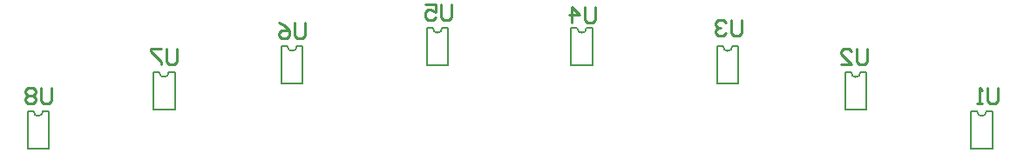
<source format=gbr>
%TF.GenerationSoftware,Altium Limited,Altium Designer,24.7.2 (38)*%
G04 Layer_Color=32896*
%FSLAX45Y45*%
%MOMM*%
%TF.SameCoordinates,B6918A48-4A74-411C-9F4E-45D1434950E3*%
%TF.FilePolarity,Positive*%
%TF.FileFunction,Legend,Bot*%
%TF.Part,Single*%
G01*
G75*
%TA.AperFunction,NonConductor*%
%ADD23C,0.20000*%
%ADD26C,0.25400*%
D23*
X10846502Y5437656D02*
G03*
X10936502Y5437656I45000J0D01*
G01*
X12068600Y5817260D02*
G03*
X12158600Y5817260I45000J0D01*
G01*
X13312801Y6070860D02*
G03*
X13402800Y6070860I45000J0D01*
G01*
X14725101Y6248060D02*
G03*
X14815100Y6248060I45000J0D01*
G01*
X16127180D02*
G03*
X16217180Y6248060I45000J0D01*
G01*
X17544501Y6070260D02*
G03*
X17634500Y6070260I45000J0D01*
G01*
X18789101Y5816260D02*
G03*
X18879100Y5816260I45000J0D01*
G01*
X20013300Y5437760D02*
G03*
X20103300Y5437760I45000J0D01*
G01*
X10995497Y5077658D02*
Y5437657D01*
X10787502Y5077658D02*
X10995497D01*
X10787502D02*
Y5437657D01*
X10846501D01*
X10936498D02*
X10995497D01*
X12217598Y5457261D02*
Y5817260D01*
X12009603Y5457261D02*
X12217598D01*
X12009603D02*
Y5817260D01*
X12068602D01*
X12158599D02*
X12217598D01*
X13461797Y5710860D02*
Y6070859D01*
X13253801Y5710860D02*
X13461797D01*
X13253801D02*
Y6070859D01*
X13312801D01*
X13402798D02*
X13461797D01*
X14874098Y5888060D02*
Y6248060D01*
X14666103Y5888060D02*
X14874098D01*
X14666103D02*
Y6248060D01*
X14725101D01*
X14815099D02*
X14874098D01*
X16276178Y5888060D02*
Y6248060D01*
X16068182Y5888060D02*
X16276178D01*
X16068182D02*
Y6248060D01*
X16127180D01*
X16217178D02*
X16276178D01*
X17693498Y5710260D02*
Y6070260D01*
X17485503Y5710260D02*
X17693498D01*
X17485503D02*
Y6070260D01*
X17544501D01*
X17634499D02*
X17693498D01*
X18938098Y5456260D02*
Y5816260D01*
X18730103Y5456260D02*
X18938098D01*
X18730103D02*
Y5816260D01*
X18789101D01*
X18879099D02*
X18938098D01*
X20162296Y5077760D02*
Y5437759D01*
X19954301Y5077760D02*
X20162296D01*
X19954301D02*
Y5437759D01*
X20013300D01*
X20103297D02*
X20162296D01*
D26*
X14909760Y6476975D02*
Y6350017D01*
X14884367Y6324625D01*
X14833583D01*
X14808192Y6350017D01*
Y6476975D01*
X14655841D02*
X14757408D01*
Y6400800D01*
X14706625Y6426192D01*
X14681233D01*
X14655841Y6400800D01*
Y6350017D01*
X14681233Y6324625D01*
X14732016D01*
X14757408Y6350017D01*
X16306760Y6451575D02*
Y6324617D01*
X16281367Y6299225D01*
X16230583D01*
X16205193Y6324617D01*
Y6451575D01*
X16078233Y6299225D02*
Y6451575D01*
X16154408Y6375400D01*
X16052841D01*
X18948360Y6045175D02*
Y5918217D01*
X18922968Y5892825D01*
X18872183D01*
X18846793Y5918217D01*
Y6045175D01*
X18694441Y5892825D02*
X18796008D01*
X18694441Y5994392D01*
Y6019783D01*
X18719833Y6045175D01*
X18770616D01*
X18796008Y6019783D01*
X12242759Y6045175D02*
Y5918217D01*
X12217367Y5892825D01*
X12166583D01*
X12141192Y5918217D01*
Y6045175D01*
X12090408D02*
X11988841D01*
Y6019783D01*
X12090408Y5918217D01*
Y5892825D01*
X11023559Y5664175D02*
Y5537217D01*
X10998167Y5511825D01*
X10947383D01*
X10921992Y5537217D01*
Y5664175D01*
X10871208Y5638783D02*
X10845816Y5664175D01*
X10795033D01*
X10769641Y5638783D01*
Y5613392D01*
X10795033Y5588000D01*
X10769641Y5562608D01*
Y5537217D01*
X10795033Y5511825D01*
X10845816D01*
X10871208Y5537217D01*
Y5562608D01*
X10845816Y5588000D01*
X10871208Y5613392D01*
Y5638783D01*
X10845816Y5588000D02*
X10795033D01*
X13487360Y6299175D02*
Y6172217D01*
X13461967Y6146825D01*
X13411183D01*
X13385793Y6172217D01*
Y6299175D01*
X13233441D02*
X13284225Y6273783D01*
X13335008Y6223000D01*
Y6172217D01*
X13309616Y6146825D01*
X13258833D01*
X13233441Y6172217D01*
Y6197608D01*
X13258833Y6223000D01*
X13335008D01*
X17729160Y6324575D02*
Y6197617D01*
X17703767Y6172225D01*
X17652983D01*
X17627592Y6197617D01*
Y6324575D01*
X17576808Y6299183D02*
X17551416Y6324575D01*
X17500633D01*
X17475241Y6299183D01*
Y6273792D01*
X17500633Y6248400D01*
X17526025D01*
X17500633D01*
X17475241Y6223008D01*
Y6197617D01*
X17500633Y6172225D01*
X17551416D01*
X17576808Y6197617D01*
X20218367Y5664175D02*
Y5537217D01*
X20192975Y5511825D01*
X20142192D01*
X20116800Y5537217D01*
Y5664175D01*
X20066016Y5511825D02*
X20015233D01*
X20040623D01*
Y5664175D01*
X20066016Y5638783D01*
%TF.MD5,8845c5595538fb4447e6086113ff6ec4*%
M02*

</source>
